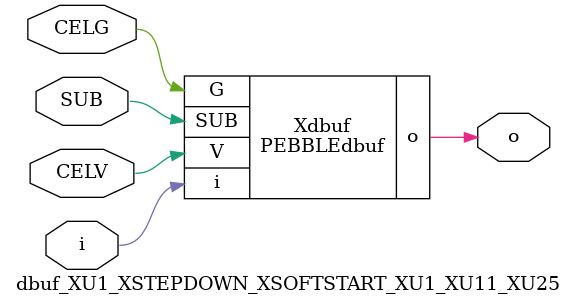
<source format=v>



module PEBBLEdbuf ( o, G, SUB, V, i );

  input V;
  input i;
  input G;
  output o;
  input SUB;
endmodule

//Celera Confidential Do Not Copy dbuf_XU1_XSTEPDOWN_XSOFTSTART_XU1_XU11_XU25
//Celera Confidential Symbol Generator
//Digital Buffer
module dbuf_XU1_XSTEPDOWN_XSOFTSTART_XU1_XU11_XU25 (CELV,CELG,i,o,SUB);
input CELV;
input CELG;
input i;
input SUB;
output o;

//Celera Confidential Do Not Copy dbuf
PEBBLEdbuf Xdbuf(
.V (CELV),
.i (i),
.o (o),
.SUB (SUB),
.G (CELG)
);
//,diesize,PEBBLEdbuf

//Celera Confidential Do Not Copy Module End
//Celera Schematic Generator
endmodule

</source>
